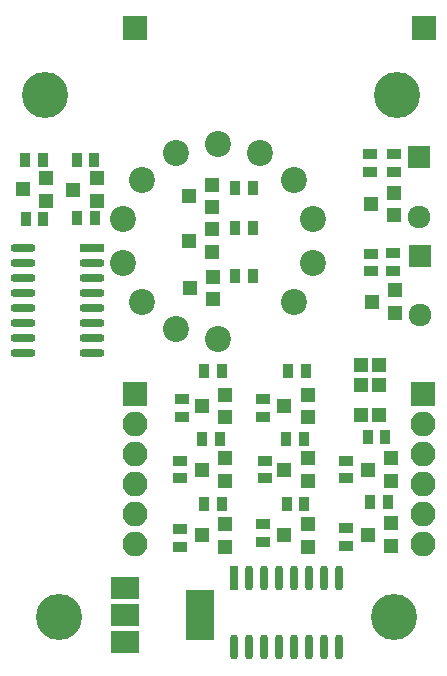
<source format=gbs>
%TF.GenerationSoftware,KiCad,Pcbnew,4.0.7*%
%TF.CreationDate,2017-11-22T17:52:21+08:00*%
%TF.ProjectId,NixieTube_QS30,4E69786965547562655F515333302E6B,rev?*%
%TF.FileFunction,Soldermask,Bot*%
%FSLAX46Y46*%
G04 Gerber Fmt 4.6, Leading zero omitted, Abs format (unit mm)*
G04 Created by KiCad (PCBNEW 4.0.7) date 11/22/17 17:52:21*
%MOMM*%
%LPD*%
G01*
G04 APERTURE LIST*
%ADD10C,0.100000*%
%ADD11R,0.740000X2.140000*%
%ADD12O,0.740000X2.140000*%
%ADD13R,2.400000X4.200000*%
%ADD14R,2.400000X1.900000*%
%ADD15R,1.200000X1.150000*%
%ADD16C,3.900000*%
%ADD17R,1.300000X1.200000*%
%ADD18R,2.100000X2.100000*%
%ADD19R,0.900000X1.300000*%
%ADD20R,1.300000X0.900000*%
%ADD21R,2.140000X0.740000*%
%ADD22O,2.140000X0.740000*%
%ADD23O,2.100000X2.100000*%
%ADD24R,1.924000X1.924000*%
%ADD25C,1.924000*%
%ADD26C,2.200000*%
G04 APERTURE END LIST*
D10*
D11*
X19490000Y-48570000D03*
D12*
X20760000Y-48570000D03*
X22030000Y-48570000D03*
X23300000Y-48570000D03*
X24570000Y-48570000D03*
X25840000Y-48570000D03*
X27110000Y-48570000D03*
X27110000Y-54420000D03*
X25840000Y-54420000D03*
X24570000Y-54420000D03*
X23300000Y-54420000D03*
X22030000Y-54420000D03*
X20760000Y-54420000D03*
X19490000Y-54420000D03*
X28380000Y-48570000D03*
X28380000Y-54420000D03*
D13*
X16600000Y-51700000D03*
D14*
X10300000Y-51700000D03*
X10300000Y-49400000D03*
X10300000Y-54000000D03*
D15*
X31750000Y-30500000D03*
X30250000Y-30500000D03*
D16*
X33300000Y-7700000D03*
X3500000Y-7700000D03*
X4700000Y-51900000D03*
X33030000Y-51900000D03*
D17*
X3600000Y-14700000D03*
X3600000Y-16600000D03*
X1600000Y-15650000D03*
D15*
X30240000Y-34730000D03*
X31740000Y-34730000D03*
D18*
X11100000Y-2000000D03*
D17*
X7875000Y-14725000D03*
X7875000Y-16625000D03*
X5875000Y-15675000D03*
X25750000Y-33050000D03*
X25750000Y-34950000D03*
X23750000Y-34000000D03*
X18750000Y-44000000D03*
X18750000Y-45900000D03*
X16750000Y-44950000D03*
X18750000Y-38425000D03*
X18750000Y-40325000D03*
X16750000Y-39375000D03*
X32800000Y-43925000D03*
X32800000Y-45825000D03*
X30800000Y-44875000D03*
X18750000Y-33050000D03*
X18750000Y-34950000D03*
X16750000Y-34000000D03*
X25750000Y-44000000D03*
X25750000Y-45900000D03*
X23750000Y-44950000D03*
X32800000Y-38425000D03*
X32800000Y-40325000D03*
X30800000Y-39375000D03*
X25750000Y-38425000D03*
X25750000Y-40325000D03*
X23750000Y-39375000D03*
X17750000Y-23050000D03*
X17750000Y-24950000D03*
X15750000Y-24000000D03*
X17650000Y-19050000D03*
X17650000Y-20950000D03*
X15650000Y-20000000D03*
X17650000Y-15250000D03*
X17650000Y-17150000D03*
X15650000Y-16200000D03*
X33150000Y-24200000D03*
X33150000Y-26100000D03*
X31150000Y-25150000D03*
D19*
X7725000Y-18075000D03*
X6225000Y-18075000D03*
X3350000Y-18150000D03*
X1850000Y-18150000D03*
D20*
X29000000Y-44350000D03*
X29000000Y-45850000D03*
X21950000Y-33400000D03*
X21950000Y-34900000D03*
X14950000Y-44425000D03*
X14950000Y-45925000D03*
X14950000Y-38625000D03*
X14950000Y-40125000D03*
X15050000Y-33400000D03*
X15050000Y-34900000D03*
X29000000Y-38625000D03*
X29000000Y-40125000D03*
D19*
X21100000Y-23000000D03*
X19600000Y-23000000D03*
X21100000Y-18950000D03*
X19600000Y-18950000D03*
X21100000Y-15500000D03*
X19600000Y-15500000D03*
X7675000Y-13175000D03*
X6175000Y-13175000D03*
X24100000Y-31000000D03*
X25600000Y-31000000D03*
X1800000Y-13150000D03*
X3300000Y-13150000D03*
X16950000Y-42250000D03*
X18450000Y-42250000D03*
X16800000Y-36800000D03*
X18300000Y-36800000D03*
X31000000Y-42125000D03*
X32500000Y-42125000D03*
X16950000Y-31000000D03*
X18450000Y-31000000D03*
X23950000Y-42275000D03*
X25450000Y-42275000D03*
X30800000Y-36625000D03*
X32300000Y-36625000D03*
X23890000Y-36790000D03*
X25390000Y-36790000D03*
D20*
X31050000Y-22600000D03*
X31050000Y-21100000D03*
X32950000Y-21050000D03*
X32950000Y-22550000D03*
D21*
X7500000Y-20580000D03*
D22*
X7500000Y-21850000D03*
X7500000Y-23120000D03*
X7500000Y-24390000D03*
X7500000Y-25660000D03*
X7500000Y-26930000D03*
X7500000Y-28200000D03*
X1650000Y-28200000D03*
X1650000Y-26930000D03*
X1650000Y-25660000D03*
X1650000Y-24390000D03*
X1650000Y-23120000D03*
X1650000Y-21850000D03*
X1650000Y-20580000D03*
X7500000Y-29470000D03*
X1650000Y-29470000D03*
D17*
X33050000Y-15950000D03*
X33050000Y-17850000D03*
X31050000Y-16900000D03*
D20*
X31000000Y-14200000D03*
X31000000Y-12700000D03*
X33000000Y-12700000D03*
X33000000Y-14200000D03*
D18*
X11100000Y-33000000D03*
D23*
X11100000Y-35540000D03*
X11100000Y-38080000D03*
X11100000Y-40620000D03*
X11100000Y-43160000D03*
X11100000Y-45700000D03*
D15*
X31750000Y-32200000D03*
X30250000Y-32200000D03*
D20*
X21950000Y-44000000D03*
X21950000Y-45500000D03*
X22100000Y-38625000D03*
X22100000Y-40125000D03*
D18*
X35550000Y-2000000D03*
X35500000Y-33000000D03*
D23*
X35500000Y-35540000D03*
X35500000Y-38080000D03*
X35500000Y-40620000D03*
X35500000Y-43160000D03*
X35500000Y-45700000D03*
D24*
X35150000Y-12950000D03*
D25*
X35150000Y-17950000D03*
D24*
X35200000Y-21300000D03*
D25*
X35200000Y-26300000D03*
D26*
X18143155Y-11785798D03*
X14563614Y-12602805D03*
X11693045Y-14892007D03*
X10100000Y-18200000D03*
X10100000Y-21871596D03*
X11693045Y-25179589D03*
X14563614Y-27468791D03*
X18143155Y-28285798D03*
X24593265Y-25179589D03*
X26186310Y-21871596D03*
X26186310Y-18200000D03*
X24593265Y-14892007D03*
X21722696Y-12602805D03*
M02*

</source>
